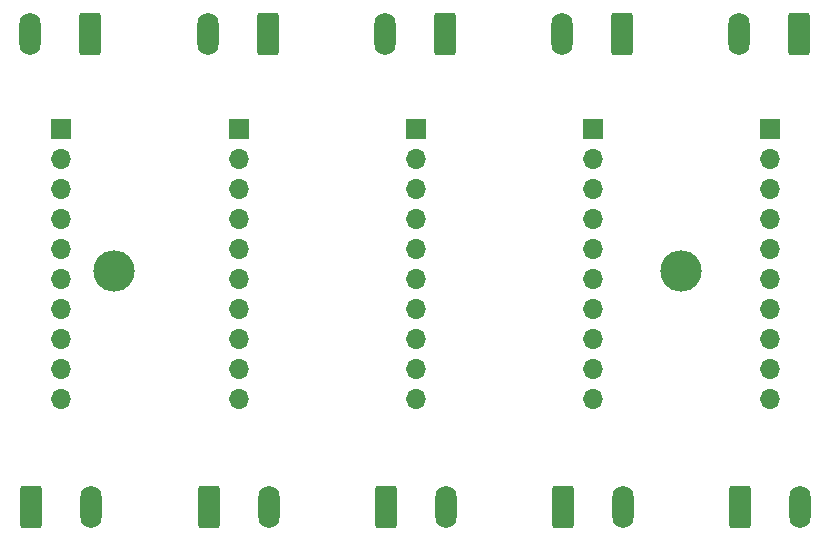
<source format=gbr>
%TF.GenerationSoftware,KiCad,Pcbnew,(6.0.6)*%
%TF.CreationDate,2022-07-16T01:52:01+05:30*%
%TF.ProjectId,berg-wire-jumper-extender,62657267-2d77-4697-9265-2d6a756d7065,rev?*%
%TF.SameCoordinates,Original*%
%TF.FileFunction,Soldermask,Top*%
%TF.FilePolarity,Negative*%
%FSLAX46Y46*%
G04 Gerber Fmt 4.6, Leading zero omitted, Abs format (unit mm)*
G04 Created by KiCad (PCBNEW (6.0.6)) date 2022-07-16 01:52:01*
%MOMM*%
%LPD*%
G01*
G04 APERTURE LIST*
G04 Aperture macros list*
%AMRoundRect*
0 Rectangle with rounded corners*
0 $1 Rounding radius*
0 $2 $3 $4 $5 $6 $7 $8 $9 X,Y pos of 4 corners*
0 Add a 4 corners polygon primitive as box body*
4,1,4,$2,$3,$4,$5,$6,$7,$8,$9,$2,$3,0*
0 Add four circle primitives for the rounded corners*
1,1,$1+$1,$2,$3*
1,1,$1+$1,$4,$5*
1,1,$1+$1,$6,$7*
1,1,$1+$1,$8,$9*
0 Add four rect primitives between the rounded corners*
20,1,$1+$1,$2,$3,$4,$5,0*
20,1,$1+$1,$4,$5,$6,$7,0*
20,1,$1+$1,$6,$7,$8,$9,0*
20,1,$1+$1,$8,$9,$2,$3,0*%
G04 Aperture macros list end*
%ADD10RoundRect,0.250000X-0.650000X-1.550000X0.650000X-1.550000X0.650000X1.550000X-0.650000X1.550000X0*%
%ADD11O,1.800000X3.600000*%
%ADD12R,1.700000X1.700000*%
%ADD13O,1.700000X1.700000*%
%ADD14RoundRect,0.250000X0.650000X1.550000X-0.650000X1.550000X-0.650000X-1.550000X0.650000X-1.550000X0*%
%ADD15O,3.500000X3.500000*%
G04 APERTURE END LIST*
D10*
%TO.C,J14*%
X160000000Y-100000000D03*
D11*
X165080000Y-100000000D03*
%TD*%
D12*
%TO.C,J10*%
X147540000Y-68000000D03*
D13*
X147540000Y-70540000D03*
X147540000Y-73080000D03*
X147540000Y-75620000D03*
X147540000Y-78160000D03*
X147540000Y-80700000D03*
X147540000Y-83240000D03*
X147540000Y-85780000D03*
X147540000Y-88320000D03*
X147540000Y-90860000D03*
%TD*%
D12*
%TO.C,J7*%
X132540000Y-68000000D03*
D13*
X132540000Y-70540000D03*
X132540000Y-73080000D03*
X132540000Y-75620000D03*
X132540000Y-78160000D03*
X132540000Y-80700000D03*
X132540000Y-83240000D03*
X132540000Y-85780000D03*
X132540000Y-88320000D03*
X132540000Y-90860000D03*
%TD*%
D12*
%TO.C,J8*%
X117540000Y-68000000D03*
D13*
X117540000Y-70540000D03*
X117540000Y-73080000D03*
X117540000Y-75620000D03*
X117540000Y-78160000D03*
X117540000Y-80700000D03*
X117540000Y-83240000D03*
X117540000Y-85780000D03*
X117540000Y-88320000D03*
X117540000Y-90860000D03*
%TD*%
D14*
%TO.C,J1*%
X105000000Y-60000000D03*
D11*
X99920000Y-60000000D03*
%TD*%
D10*
%TO.C,J13*%
X115000000Y-100000000D03*
D11*
X120080000Y-100000000D03*
%TD*%
D10*
%TO.C,J11*%
X100000000Y-100000000D03*
D11*
X105080000Y-100000000D03*
%TD*%
D12*
%TO.C,J9*%
X162540000Y-68000000D03*
D13*
X162540000Y-70540000D03*
X162540000Y-73080000D03*
X162540000Y-75620000D03*
X162540000Y-78160000D03*
X162540000Y-80700000D03*
X162540000Y-83240000D03*
X162540000Y-85780000D03*
X162540000Y-88320000D03*
X162540000Y-90860000D03*
%TD*%
D15*
%TO.C,*%
X155000000Y-80000000D03*
%TD*%
D14*
%TO.C,J3*%
X120000000Y-60000000D03*
D11*
X114920000Y-60000000D03*
%TD*%
D14*
%TO.C,J5*%
X150000000Y-60000000D03*
D11*
X144920000Y-60000000D03*
%TD*%
D14*
%TO.C,J2*%
X135000000Y-60000000D03*
D11*
X129920000Y-60000000D03*
%TD*%
D15*
%TO.C,*%
X107000000Y-80000000D03*
%TD*%
D14*
%TO.C,J4*%
X165000000Y-60000000D03*
D11*
X159920000Y-60000000D03*
%TD*%
D10*
%TO.C,J15*%
X145000000Y-100000000D03*
D11*
X150080000Y-100000000D03*
%TD*%
D12*
%TO.C,J6*%
X102540000Y-68000000D03*
D13*
X102540000Y-70540000D03*
X102540000Y-73080000D03*
X102540000Y-75620000D03*
X102540000Y-78160000D03*
X102540000Y-80700000D03*
X102540000Y-83240000D03*
X102540000Y-85780000D03*
X102540000Y-88320000D03*
X102540000Y-90860000D03*
%TD*%
D10*
%TO.C,J12*%
X130000000Y-100000000D03*
D11*
X135080000Y-100000000D03*
%TD*%
M02*

</source>
